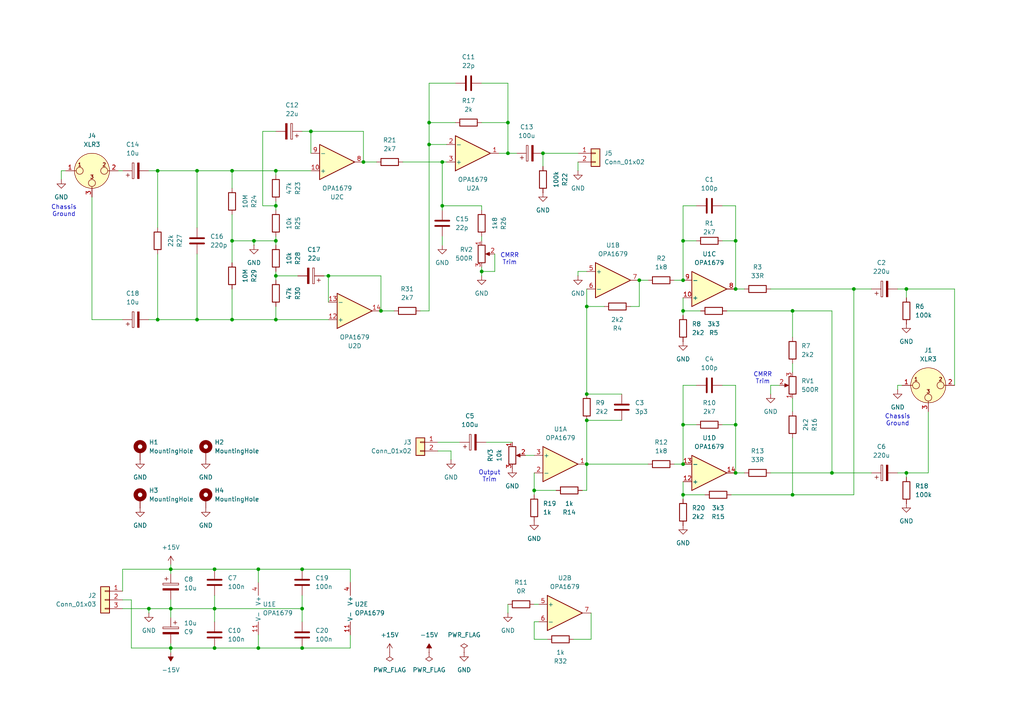
<source format=kicad_sch>
(kicad_sch (version 20231120) (generator "eeschema") (generator_version "8.0")
  (paper "A4")
  (title_block (title "Purrtico TLA Input & Output") (date "2024-05-30") (rev "01") (company "Greybox Audio"))
  (lib_symbols
    (symbol "+15V_1" (power) (pin_numbers hide) (pin_names (offset 0) hide)
      (property "Value" "+15V" (at 0 3.556 0))
      (symbol "+15V_1_0_1"
        (polyline (pts (xy -0.762 1.27) (xy 0 2.54)))
        (polyline (pts (xy 0 0) (xy 0 2.54)))
        (polyline (pts (xy 0 2.54) (xy 0.762 1.27)))
      )
      (symbol "+15V_1_1_1"
        (pin power_in line (at 0 0 90) (length 0) (name "~") (number "1"))
      )
    )
    (symbol "Amplifier_Operational:OPA1679" (pin_names (offset 0.127))
      (property "Reference" "U" (at 0 5.08 0))
      (property "Value" "OPA1679" (at 0 -5.08 0))
      (symbol "OPA1679_1_1"
        (polyline (pts (xy -5.08 5.08) (xy 5.08 0) (xy -5.08 -5.08) (xy -5.08 5.08)) (stroke (width 0.254)) (fill (type background)))
        (pin output line (at 7.62 0 180) (length 2.54) (name "~") (number "1"))
        (pin input line (at -7.62 -2.54 0) (length 2.54) (name "-") (number "2"))
        (pin input line (at -7.62 2.54 0) (length 2.54) (name "+") (number "3"))
      )
      (symbol "OPA1679_2_1"
        (polyline (pts (xy -5.08 5.08) (xy 5.08 0) (xy -5.08 -5.08) (xy -5.08 5.08)) (stroke (width 0.254)) (fill (type background)))
        (pin input line (at -7.62 2.54 0) (length 2.54) (name "+") (number "5"))
        (pin input line (at -7.62 -2.54 0) (length 2.54) (name "-") (number "6"))
        (pin output line (at 7.62 0 180) (length 2.54) (name "~") (number "7"))
      )
      (symbol "OPA1679_3_1"
        (polyline (pts (xy -5.08 5.08) (xy 5.08 0) (xy -5.08 -5.08) (xy -5.08 5.08)) (stroke (width 0.254)) (fill (type background)))
        (pin input line (at -7.62 2.54 0) (length 2.54) (name "+") (number "10"))
        (pin output line (at 7.62 0 180) (length 2.54) (name "~") (number "8"))
        (pin input line (at -7.62 -2.54 0) (length 2.54) (name "-") (number "9"))
      )
      (symbol "OPA1679_4_1"
        (polyline (pts (xy -5.08 5.08) (xy 5.08 0) (xy -5.08 -5.08) (xy -5.08 5.08)) (stroke (width 0.254)) (fill (type background)))
        (pin input line (at -7.62 2.54 0) (length 2.54) (name "+") (number "12"))
        (pin input line (at -7.62 -2.54 0) (length 2.54) (name "-") (number "13"))
        (pin output line (at 7.62 0 180) (length 2.54) (name "~") (number "14"))
      )
      (symbol "OPA1679_5_1"
        (pin power_in line (at -2.54 -7.62 90) (length 3.81) (name "V-") (number "11"))
        (pin power_in line (at -2.54 7.62 270) (length 3.81) (name "V+") (number "4"))
      )
    )
    (symbol "Connector_Audio:XLR3" (pin_names hide)
      (property "Reference" "J" (at 0 8.89 0))
      (property "Value" "XLR3" (at 0 6.35 0))
      (symbol "XLR3_0_1"
        (circle (center -3.556 0) (radius 1.016))
        (circle (center 0 -3.556) (radius 1.016))
        (polyline (pts (xy -5.08 0) (xy -4.572 0)))
        (polyline (pts (xy 0 -5.08) (xy 0 -4.572)))
        (polyline (pts (xy 5.08 0) (xy 4.572 0)))
        (circle (center 0 0) (radius 5.08) (fill (type background)))
        (circle (center 3.556 0) (radius 1.016))
        (text "1" (at -3.556 1.778 0) (effects (font (size 1.016 1.016) (bold yes))))
        (text "2" (at 3.556 1.778 0) (effects (font (size 1.016 1.016) (bold yes))))
        (text "3" (at 0 -1.778 0) (effects (font (size 1.016 1.016) (bold yes))))
        (pin passive line (at -7.62 0 0) (length 2.54) (name "~") (number "1"))
        (pin passive line (at 7.62 0 180) (length 2.54) (name "~") (number "2"))
        (pin passive line (at 0 -7.62 90) (length 2.54) (name "~") (number "3"))
      )
    )
    (symbol "Connector_Generic:Conn_01x02" (pin_names (offset 1.016) hide)
      (property "Reference" "J" (at 0 2.54 0))
      (property "Value" "Conn_01x02" (at 0 -5.08 0))
      (symbol "Conn_01x02_1_1"
        (rectangle (start -1.27 -2.413) (end 0 -2.667) (stroke (width 0.1524)))
        (rectangle (start -1.27 0.127) (end 0 -0.127) (stroke (width 0.1524)))
        (rectangle (start -1.27 1.27) (end 1.27 -3.81) (stroke (width 0.254)) (fill (type background)))
        (pin passive line (at -5.08 0 0) (length 3.81) (name "Pin_1") (number "1"))
        (pin passive line (at -5.08 -2.54 0) (length 3.81) (name "Pin_2") (number "2"))
      )
    )
    (symbol "Connector_Generic:Conn_01x03" (pin_names (offset 1.016) hide)
      (property "Reference" "J" (at 0 5.08 0))
      (property "Value" "Conn_01x03" (at 0 -5.08 0))
      (symbol "Conn_01x03_1_1"
        (rectangle (start -1.27 -2.413) (end 0 -2.667) (stroke (width 0.1524)))
        (rectangle (start -1.27 0.127) (end 0 -0.127) (stroke (width 0.1524)))
        (rectangle (start -1.27 2.667) (end 0 2.413) (stroke (width 0.1524)))
        (rectangle (start -1.27 3.81) (end 1.27 -3.81) (stroke (width 0.254)) (fill (type background)))
        (pin passive line (at -5.08 2.54 0) (length 3.81) (name "Pin_1") (number "1"))
        (pin passive line (at -5.08 0 0) (length 3.81) (name "Pin_2") (number "2"))
        (pin passive line (at -5.08 -2.54 0) (length 3.81) (name "Pin_3") (number "3"))
      )
    )
    (symbol "Device:C" (pin_numbers hide) (pin_names (offset 0.254))
      (property "Reference" "C" (at 0.635 2.54 0))
      (property "Value" "C" (at 0.635 -2.54 0))
      (symbol "C_0_1"
        (polyline (pts (xy -2.032 -0.762) (xy 2.032 -0.762)) (stroke (width 0.508)))
        (polyline (pts (xy -2.032 0.762) (xy 2.032 0.762)) (stroke (width 0.508)))
      )
      (symbol "C_1_1"
        (pin passive line (at 0 3.81 270) (length 2.794) (name "~") (number "1"))
        (pin passive line (at 0 -3.81 90) (length 2.794) (name "~") (number "2"))
      )
    )
    (symbol "Device:C_Polarized" (pin_numbers hide) (pin_names (offset 0.254))
      (property "Reference" "C" (at 0.635 2.54 0))
      (property "Value" "C_Polarized" (at 0.635 -2.54 0))
      (symbol "C_Polarized_0_1"
        (rectangle (start -2.286 0.508) (end 2.286 1.016))
        (polyline (pts (xy -1.778 2.286) (xy -0.762 2.286)))
        (polyline (pts (xy -1.27 2.794) (xy -1.27 1.778)))
        (rectangle (start 2.286 -0.508) (end -2.286 -1.016) (fill (type outline)))
      )
      (symbol "C_Polarized_1_1"
        (pin passive line (at 0 3.81 270) (length 2.794) (name "~") (number "1"))
        (pin passive line (at 0 -3.81 90) (length 2.794) (name "~") (number "2"))
      )
    )
    (symbol "Device:R" (pin_numbers hide) (pin_names (offset 0))
      (property "Reference" "R" (at 2.032 0 90))
      (property "Value" "R" (at 0 0 90))
      (symbol "R_0_1"
        (rectangle (start -1.016 -2.54) (end 1.016 2.54) (stroke (width 0.254)))
      )
      (symbol "R_1_1"
        (pin passive line (at 0 3.81 270) (length 1.27) (name "~") (number "1"))
        (pin passive line (at 0 -3.81 90) (length 1.27) (name "~") (number "2"))
      )
    )
    (symbol "Device:R_Potentiometer" (pin_names (offset 1.016) hide)
      (property "Reference" "RV" (at -4.445 0 90))
      (property "Value" "R_Potentiometer" (at -2.54 0 90))
      (symbol "R_Potentiometer_0_1"
        (polyline (pts (xy 2.54 0) (xy 1.524 0)))
        (polyline (pts (xy 1.143 0) (xy 2.286 0.508) (xy 2.286 -0.508) (xy 1.143 0)) (fill (type outline)))
        (rectangle (start 1.016 2.54) (end -1.016 -2.54) (stroke (width 0.254)))
      )
      (symbol "R_Potentiometer_1_1"
        (pin passive line (at 0 3.81 270) (length 1.27) (name "1") (number "1"))
        (pin passive line (at 3.81 0 180) (length 1.27) (name "2") (number "2"))
        (pin passive line (at 0 -3.81 90) (length 1.27) (name "3") (number "3"))
      )
    )
    (symbol "GND_1" (power) (pin_numbers hide) (pin_names (offset 0) hide)
      (property "Value" "GND" (at 0 -3.81 0))
      (symbol "GND_1_0_1"
        (polyline (pts (xy 0 0) (xy 0 -1.27) (xy 1.27 -1.27) (xy 0 -2.54) (xy -1.27 -1.27) (xy 0 -1.27)))
      )
      (symbol "GND_1_1_1"
        (pin power_in line (at 0 0 270) (length 0) (name "~") (number "1"))
      )
    )
    (symbol "Mechanical:MountingHole_Pad" (pin_numbers hide) (pin_names (offset 1.016) hide) (exclude_from_sim yes) (in_bom no)
      (property "Reference" "H" (at 0 6.35 0))
      (property "Value" "MountingHole_Pad" (at 0 4.445 0))
      (symbol "MountingHole_Pad_0_1"
        (circle (center 0 1.27) (radius 1.27) (stroke (width 1.27)))
      )
      (symbol "MountingHole_Pad_1_1"
        (pin input line (at 0 -2.54 90) (length 2.54) (name "1") (number "1"))
      )
    )
    (symbol "power:-15V" (power) (pin_numbers hide) (pin_names (offset 0) hide)
      (property "Value" "-15V" (at 0 3.556 0))
      (symbol "-15V_0_0"
        (pin power_in line (at 0 0 90) (length 0) (name "~") (number "1"))
      )
      (symbol "-15V_0_1"
        (polyline (pts (xy 0 0) (xy 0 1.27) (xy 0.762 1.27) (xy 0 2.54) (xy -0.762 1.27) (xy 0 1.27)) (fill (type outline)))
      )
    )
    (symbol "power:PWR_FLAG" (power) (pin_numbers hide) (pin_names (offset 0) hide)
      (property "Value" "PWR_FLAG" (at 0 3.81 0))
      (symbol "PWR_FLAG_0_0"
        (pin power_out line (at 0 0 90) (length 0) (name "~") (number "1"))
      )
      (symbol "PWR_FLAG_0_1"
        (polyline (pts (xy 0 0) (xy 0 1.27) (xy -1.016 1.905) (xy 0 2.54) (xy 1.016 1.905) (xy 0 1.27)))
      )
    )
  )
  (junction (at 87.63 165.1))
  (junction (at 87.63 176.53))
  (junction (at 43.18 176.53))
  (junction (at 67.31 49.53))
  (junction (at 73.66 69.85))
  (junction (at 157.48 44.45))
  (junction (at 74.93 165.1))
  (junction (at 62.23 176.53))
  (junction (at 198.12 143.51))
  (junction (at 170.18 121.92))
  (junction (at 62.23 165.1))
  (junction (at 185.42 81.28))
  (junction (at 229.87 143.51))
  (junction (at 80.01 69.85))
  (junction (at 80.01 80.01))
  (junction (at 128.27 46.99))
  (junction (at 241.3 137.16))
  (junction (at 198.12 69.85))
  (junction (at 128.27 59.69))
  (junction (at 213.36 83.82))
  (junction (at 198.12 134.62))
  (junction (at 80.01 49.53))
  (junction (at 147.32 35.56))
  (junction (at 45.72 49.53))
  (junction (at 95.25 80.01))
  (junction (at 247.65 83.82))
  (junction (at 262.89 137.16))
  (junction (at 57.15 49.53))
  (junction (at 213.36 137.16))
  (junction (at 170.18 114.3))
  (junction (at 154.94 142.24))
  (junction (at 49.53 187.96))
  (junction (at 124.46 41.91))
  (junction (at 57.15 92.71))
  (junction (at 147.32 44.45))
  (junction (at 229.87 90.17))
  (junction (at 124.46 35.56))
  (junction (at 170.18 134.62))
  (junction (at 49.53 176.53))
  (junction (at 90.17 38.1))
  (junction (at 198.12 90.17))
  (junction (at 105.41 46.99))
  (junction (at 49.53 165.1))
  (junction (at 80.01 92.71))
  (junction (at 213.36 69.85))
  (junction (at 170.18 88.9))
  (junction (at 110.49 90.17))
  (junction (at 198.12 81.28))
  (junction (at 87.63 187.96))
  (junction (at 213.36 123.19))
  (junction (at 62.23 187.96))
  (junction (at 262.89 83.82))
  (junction (at 80.01 59.69))
  (junction (at 45.72 92.71))
  (junction (at 67.31 69.85))
  (junction (at 198.12 123.19))
  (junction (at 139.7 78.74))
  (junction (at 67.31 92.71))
  (junction (at 74.93 187.96))
  (wire (pts (xy 213.36 111.76) (xy 213.36 123.19)))
  (wire (pts (xy 57.15 49.53) (xy 57.15 66.04)))
  (wire (pts (xy 198.12 143.51) (xy 198.12 144.78)))
  (wire (pts (xy 105.41 46.99) (xy 109.22 46.99)))
  (wire (pts (xy 38.1 173.99) (xy 38.1 187.96)))
  (wire (pts (xy 80.01 58.42) (xy 80.01 59.69)))
  (wire (pts (xy 87.63 176.53) (xy 87.63 180.34)))
  (wire (pts (xy 49.53 176.53) (xy 49.53 179.07)))
  (wire (pts (xy 170.18 83.82) (xy 170.18 88.9)))
  (wire (pts (xy 269.24 119.38) (xy 269.24 137.16)))
  (wire (pts (xy 241.3 137.16) (xy 252.73 137.16)))
  (wire (pts (xy 139.7 24.13) (xy 147.32 24.13)))
  (wire (pts (xy 124.46 41.91) (xy 129.54 41.91)))
  (wire (pts (xy 195.58 134.62) (xy 198.12 134.62)))
  (wire (pts (xy 35.56 171.45) (xy 35.56 165.1)))
  (wire (pts (xy 67.31 92.71) (xy 80.01 92.71)))
  (wire (pts (xy 90.17 44.45) (xy 90.17 38.1)))
  (wire (pts (xy 229.87 105.41) (xy 229.87 107.95)))
  (wire (pts (xy 139.7 68.58) (xy 139.7 69.85)))
  (wire (pts (xy 74.93 184.15) (xy 74.93 187.96)))
  (wire (pts (xy 213.36 123.19) (xy 213.36 137.16)))
  (wire (pts (xy 139.7 59.69) (xy 139.7 60.96)))
  (wire (pts (xy 147.32 44.45) (xy 147.32 35.56)))
  (wire (pts (xy 198.12 139.7) (xy 198.12 143.51)))
  (wire (pts (xy 198.12 111.76) (xy 198.12 123.19)))
  (wire (pts (xy 57.15 49.53) (xy 67.31 49.53)))
  (wire (pts (xy 128.27 68.58) (xy 128.27 71.12)))
  (wire (pts (xy 80.01 69.85) (xy 80.01 71.12)))
  (wire (pts (xy 167.64 78.74) (xy 167.64 80.01)))
  (wire (pts (xy 62.23 176.53) (xy 87.63 176.53)))
  (wire (pts (xy 154.94 180.34) (xy 154.94 185.42)))
  (wire (pts (xy 156.21 180.34) (xy 154.94 180.34)))
  (wire (pts (xy 209.55 59.69) (xy 213.36 59.69)))
  (wire (pts (xy 49.53 176.53) (xy 62.23 176.53)))
  (wire (pts (xy 74.93 187.96) (xy 62.23 187.96)))
  (wire (pts (xy 276.86 83.82) (xy 276.86 111.76)))
  (wire (pts (xy 74.93 165.1) (xy 87.63 165.1)))
  (wire (pts (xy 154.94 175.26) (xy 156.21 175.26)))
  (wire (pts (xy 74.93 168.91) (xy 74.93 165.1)))
  (wire (pts (xy 195.58 81.28) (xy 198.12 81.28)))
  (wire (pts (xy 223.52 111.76) (xy 226.06 111.76)))
  (wire (pts (xy 262.89 137.16) (xy 269.24 137.16)))
  (wire (pts (xy 43.18 92.71) (xy 45.72 92.71)))
  (wire (pts (xy 213.36 59.69) (xy 213.36 69.85)))
  (wire (pts (xy 223.52 83.82) (xy 247.65 83.82)))
  (wire (pts (xy 49.53 187.96) (xy 62.23 187.96)))
  (wire (pts (xy 198.12 69.85) (xy 198.12 81.28)))
  (wire (pts (xy 49.53 163.83) (xy 49.53 165.1)))
  (wire (pts (xy 67.31 92.71) (xy 67.31 83.82)))
  (wire (pts (xy 49.53 187.96) (xy 49.53 189.23)))
  (wire (pts (xy 260.35 111.76) (xy 260.35 113.03)))
  (wire (pts (xy 170.18 88.9) (xy 175.26 88.9)))
  (wire (pts (xy 35.56 173.99) (xy 38.1 173.99)))
  (wire (pts (xy 35.56 165.1) (xy 49.53 165.1)))
  (wire (pts (xy 80.01 50.8) (xy 80.01 49.53)))
  (wire (pts (xy 260.35 137.16) (xy 262.89 137.16)))
  (wire (pts (xy 49.53 165.1) (xy 62.23 165.1)))
  (wire (pts (xy 76.2 38.1) (xy 76.2 59.69)))
  (wire (pts (xy 101.6 187.96) (xy 87.63 187.96)))
  (wire (pts (xy 101.6 165.1) (xy 87.63 165.1)))
  (wire (pts (xy 262.89 138.43) (xy 262.89 137.16)))
  (wire (pts (xy 67.31 54.61) (xy 67.31 49.53)))
  (wire (pts (xy 198.12 123.19) (xy 198.12 134.62)))
  (wire (pts (xy 241.3 90.17) (xy 241.3 137.16)))
  (wire (pts (xy 67.31 69.85) (xy 67.31 76.2)))
  (wire (pts (xy 43.18 176.53) (xy 43.18 177.8)))
  (wire (pts (xy 80.01 59.69) (xy 80.01 60.96)))
  (wire (pts (xy 80.01 38.1) (xy 76.2 38.1)))
  (wire (pts (xy 209.55 111.76) (xy 213.36 111.76)))
  (wire (pts (xy 260.35 111.76) (xy 261.62 111.76)))
  (wire (pts (xy 49.53 186.69) (xy 49.53 187.96)))
  (wire (pts (xy 127 130.81) (xy 130.81 130.81)))
  (wire (pts (xy 80.01 80.01) (xy 86.36 80.01)))
  (wire (pts (xy 80.01 80.01) (xy 80.01 81.28)))
  (wire (pts (xy 154.94 185.42) (xy 158.75 185.42)))
  (wire (pts (xy 95.25 80.01) (xy 93.98 80.01)))
  (wire (pts (xy 139.7 78.74) (xy 139.7 77.47)))
  (wire (pts (xy 124.46 35.56) (xy 124.46 41.91)))
  (wire (pts (xy 26.67 92.71) (xy 35.56 92.71)))
  (wire (pts (xy 143.51 78.74) (xy 143.51 73.66)))
  (wire (pts (xy 43.18 49.53) (xy 45.72 49.53)))
  (wire (pts (xy 154.94 137.16) (xy 154.94 142.24)))
  (wire (pts (xy 67.31 69.85) (xy 73.66 69.85)))
  (wire (pts (xy 80.01 92.71) (xy 95.25 92.71)))
  (wire (pts (xy 95.25 80.01) (xy 95.25 87.63)))
  (wire (pts (xy 128.27 59.69) (xy 139.7 59.69)))
  (wire (pts (xy 17.78 49.53) (xy 17.78 52.07)))
  (wire (pts (xy 223.52 137.16) (xy 241.3 137.16)))
  (wire (pts (xy 26.67 57.15) (xy 26.67 92.71)))
  (wire (pts (xy 147.32 24.13) (xy 147.32 35.56)))
  (wire (pts (xy 210.82 90.17) (xy 229.87 90.17)))
  (wire (pts (xy 209.55 69.85) (xy 213.36 69.85)))
  (wire (pts (xy 45.72 49.53) (xy 45.72 66.04)))
  (wire (pts (xy 170.18 121.92) (xy 180.34 121.92)))
  (wire (pts (xy 62.23 176.53) (xy 62.23 180.34)))
  (wire (pts (xy 90.17 38.1) (xy 105.41 38.1)))
  (wire (pts (xy 213.36 123.19) (xy 209.55 123.19)))
  (wire (pts (xy 198.12 59.69) (xy 201.93 59.69)))
  (wire (pts (xy 101.6 168.91) (xy 101.6 165.1)))
  (wire (pts (xy 87.63 38.1) (xy 90.17 38.1)))
  (wire (pts (xy 229.87 127) (xy 229.87 143.51)))
  (wire (pts (xy 128.27 46.99) (xy 128.27 59.69)))
  (wire (pts (xy 166.37 185.42) (xy 171.45 185.42)))
  (wire (pts (xy 45.72 92.71) (xy 45.72 73.66)))
  (wire (pts (xy 185.42 88.9) (xy 182.88 88.9)))
  (wire (pts (xy 57.15 92.71) (xy 67.31 92.71)))
  (wire (pts (xy 170.18 142.24) (xy 170.18 134.62)))
  (wire (pts (xy 49.53 176.53) (xy 49.53 173.99)))
  (wire (pts (xy 262.89 83.82) (xy 276.86 83.82)))
  (wire (pts (xy 262.89 83.82) (xy 262.89 86.36)))
  (wire (pts (xy 185.42 88.9) (xy 185.42 81.28)))
  (wire (pts (xy 223.52 111.76) (xy 223.52 114.3)))
  (wire (pts (xy 213.36 137.16) (xy 215.9 137.16)))
  (wire (pts (xy 139.7 78.74) (xy 139.7 80.01)))
  (wire (pts (xy 198.12 143.51) (xy 204.47 143.51)))
  (wire (pts (xy 229.87 143.51) (xy 247.65 143.51)))
  (wire (pts (xy 198.12 86.36) (xy 198.12 90.17)))
  (wire (pts (xy 35.56 176.53) (xy 43.18 176.53)))
  (wire (pts (xy 45.72 92.71) (xy 57.15 92.71)))
  (wire (pts (xy 132.08 35.56) (xy 124.46 35.56)))
  (wire (pts (xy 157.48 44.45) (xy 157.48 48.26)))
  (wire (pts (xy 62.23 172.72) (xy 62.23 176.53)))
  (wire (pts (xy 154.94 142.24) (xy 161.29 142.24)))
  (wire (pts (xy 110.49 90.17) (xy 114.3 90.17)))
  (wire (pts (xy 67.31 62.23) (xy 67.31 69.85)))
  (wire (pts (xy 170.18 142.24) (xy 168.91 142.24)))
  (wire (pts (xy 127 128.27) (xy 133.35 128.27)))
  (wire (pts (xy 144.78 44.45) (xy 147.32 44.45)))
  (wire (pts (xy 110.49 80.01) (xy 110.49 90.17)))
  (wire (pts (xy 212.09 143.51) (xy 229.87 143.51)))
  (wire (pts (xy 198.12 69.85) (xy 201.93 69.85)))
  (wire (pts (xy 198.12 111.76) (xy 201.93 111.76)))
  (wire (pts (xy 49.53 187.96) (xy 38.1 187.96)))
  (wire (pts (xy 185.42 81.28) (xy 187.96 81.28)))
  (wire (pts (xy 170.18 121.92) (xy 170.18 134.62)))
  (wire (pts (xy 124.46 90.17) (xy 124.46 41.91)))
  (wire (pts (xy 170.18 88.9) (xy 170.18 114.3)))
  (wire (pts (xy 49.53 165.1) (xy 49.53 166.37)))
  (wire (pts (xy 45.72 49.53) (xy 57.15 49.53)))
  (wire (pts (xy 213.36 69.85) (xy 213.36 83.82)))
  (wire (pts (xy 121.92 90.17) (xy 124.46 90.17)))
  (wire (pts (xy 167.64 78.74) (xy 170.18 78.74)))
  (wire (pts (xy 152.4 132.08) (xy 154.94 132.08)))
  (wire (pts (xy 229.87 97.79) (xy 229.87 90.17)))
  (wire (pts (xy 170.18 114.3) (xy 180.34 114.3)))
  (wire (pts (xy 116.84 46.99) (xy 128.27 46.99)))
  (wire (pts (xy 57.15 73.66) (xy 57.15 92.71)))
  (wire (pts (xy 229.87 90.17) (xy 241.3 90.17)))
  (wire (pts (xy 74.93 165.1) (xy 62.23 165.1)))
  (wire (pts (xy 128.27 60.96) (xy 128.27 59.69)))
  (wire (pts (xy 198.12 123.19) (xy 201.93 123.19)))
  (wire (pts (xy 87.63 172.72) (xy 87.63 176.53)))
  (wire (pts (xy 247.65 83.82) (xy 247.65 143.51)))
  (wire (pts (xy 95.25 80.01) (xy 110.49 80.01)))
  (wire (pts (xy 213.36 83.82) (xy 215.9 83.82)))
  (wire (pts (xy 34.29 49.53) (xy 35.56 49.53)))
  (wire (pts (xy 139.7 78.74) (xy 143.51 78.74)))
  (wire (pts (xy 198.12 59.69) (xy 198.12 69.85)))
  (wire (pts (xy 73.66 69.85) (xy 80.01 69.85)))
  (wire (pts (xy 73.66 69.85) (xy 73.66 71.12)))
  (wire (pts (xy 105.41 38.1) (xy 105.41 46.99)))
  (wire (pts (xy 198.12 90.17) (xy 203.2 90.17)))
  (wire (pts (xy 80.01 88.9) (xy 80.01 92.71)))
  (wire (pts (xy 260.35 83.82) (xy 262.89 83.82)))
  (wire (pts (xy 124.46 24.13) (xy 124.46 35.56)))
  (wire (pts (xy 140.97 128.27) (xy 148.59 128.27)))
  (wire (pts (xy 80.01 49.53) (xy 67.31 49.53)))
  (wire (pts (xy 198.12 90.17) (xy 198.12 91.44)))
  (wire (pts (xy 147.32 175.26) (xy 147.32 177.8)))
  (wire (pts (xy 229.87 115.57) (xy 229.87 119.38)))
  (wire (pts (xy 128.27 46.99) (xy 129.54 46.99)))
  (wire (pts (xy 132.08 24.13) (xy 124.46 24.13)))
  (wire (pts (xy 130.81 130.81) (xy 130.81 133.35)))
  (wire (pts (xy 43.18 176.53) (xy 49.53 176.53)))
  (wire (pts (xy 101.6 184.15) (xy 101.6 187.96)))
  (wire (pts (xy 74.93 187.96) (xy 87.63 187.96)))
  (wire (pts (xy 19.05 49.53) (xy 17.78 49.53)))
  (wire (pts (xy 80.01 78.74) (xy 80.01 80.01)))
  (wire (pts (xy 80.01 49.53) (xy 90.17 49.53)))
  (wire (pts (xy 80.01 68.58) (xy 80.01 69.85)))
  (wire (pts (xy 76.2 59.69) (xy 80.01 59.69)))
  (wire (pts (xy 147.32 44.45) (xy 149.86 44.45)))
  (wire (pts (xy 147.32 35.56) (xy 139.7 35.56)))
  (wire (pts (xy 154.94 142.24) (xy 154.94 143.51)))
  (wire (pts (xy 167.64 46.99) (xy 167.64 49.53)))
  (wire (pts (xy 157.48 44.45) (xy 167.64 44.45)))
  (wire (pts (xy 170.18 134.62) (xy 187.96 134.62)))
  (wire (pts (xy 247.65 83.82) (xy 252.73 83.82)))
  (wire (pts (xy 171.45 185.42) (xy 171.45 177.8)))
  (text "CMRR\nTrim" (at 147.828 76.962 0) (effects (font (size 1.27 1.27)) (justify bottom)))
  (text "CMRR\nTrim" (at 221.234 111.506 0) (effects (font (size 1.27 1.27)) (justify bottom)))
  (text "Chassis\nGround" (at 260.35 121.92 0) (effects (font (size 1.27 1.27))))
  (text "Chassis\nGround" (at 18.542 61.214 0) (effects (font (size 1.27 1.27))))
  (text "Output\nTrim" (at 141.986 139.954 0) (effects (font (size 1.27 1.27)) (justify bottom)))
  (symbol (lib_id "Device:R") (at 80.01 74.93 0) (mirror x) (unit 1)
    (property "Reference" "R28" (at 86.36 74.93 90))
    (property "Value" "10k" (at 83.82 74.93 90))
    (property "Footprint" "Resistor_SMD:R_1206_3216Metric" (effects (hide yes)))
  )
  (symbol (lib_id "Device:C_Polarized") (at 153.67 44.45 90) (unit 1)
    (property "Reference" "C13" (at 152.781 36.83 90))
    (property "Value" "100u" (at 152.781 39.37 90))
    (property "Footprint" "Capacitor_THT:CP_Radial_D6.3mm_P2.50mm" (effects (hide yes)))
  )
  (symbol (lib_name "GND_1") (lib_id "power:GND") (at 262.89 93.98 0) (unit 1)
    (property "Reference" "#PWR02" (effects (hide yes)))
    (property "Value" "GND" (at 262.89 99.06 0))
    (property "Description" "Power symbol creates a global label with name \"GND\" , ground" (effects (hide yes)))
  )
  (symbol (lib_id "Device:R_Potentiometer") (at 139.7 73.66 0) (unit 1)
    (property "Reference" "RV2" (at 137.16 72.3899 0) (effects (justify right)))
    (property "Value" "500R" (at 137.16 74.9299 0) (effects (justify right)))
    (property "Footprint" "Connector_PinHeader_2.54mm:PinHeader_1x03_P2.54mm_Vertical" (effects (hide yes)))
  )
  (symbol (lib_name "GND_1") (lib_id "power:GND") (at 40.64 133.35 0) (unit 1)
    (property "Reference" "#PWR026" (effects (hide yes)))
    (property "Value" "GND" (at 40.64 138.43 0))
    (property "Description" "Power symbol creates a global label with name \"GND\" , ground" (effects (hide yes)))
  )
  (symbol (lib_name "GND_1") (lib_id "power:GND") (at 139.7 80.01 0) (unit 1)
    (property "Reference" "#PWR020" (effects (hide yes)))
    (property "Value" "GND" (at 139.7 85.09 0))
    (property "Description" "Power symbol creates a global label with name \"GND\" , ground" (effects (hide yes)))
  )
  (symbol (lib_id "Amplifier_Operational:OPA1679") (at 205.74 83.82 0) (mirror x) (unit 3)
    (property "Reference" "U1" (at 205.74 73.66 0))
    (property "Value" "OPA1679" (at 205.74 76.2 0))
    (property "Footprint" "Package_SO:SOIC-14_3.9x8.7mm_P1.27mm" (effects (hide yes)))
    (property "Datasheet" "http://www.ti.com/lit/ds/symlink/opa1678.pdf" (effects (hide yes)))
    (property "Description" "Low-Distortion Audio Operational Amplifiers, SOIC-14/TSSOP-14" (effects (hide yes)))
  )
  (symbol (lib_id "Device:C") (at 62.23 168.91 0) (unit 1)
    (property "Reference" "C7" (at 66.04 167.64 0) (effects (justify left)))
    (property "Value" "100n" (at 66.04 170.18 0) (effects (justify left)))
    (property "Footprint" "Capacitor_SMD:C_1206_3216Metric" (effects (hide yes)))
  )
  (symbol (lib_id "Device:C") (at 205.74 111.76 90) (unit 1)
    (property "Reference" "C4" (at 205.74 104.14 90))
    (property "Value" "100p" (at 205.74 106.68 90))
    (property "Footprint" "Capacitor_SMD:C_1206_3216Metric" (effects (hide yes)))
  )
  (symbol (lib_id "Device:R") (at 198.12 95.25 180) (unit 1)
    (property "Reference" "R8" (at 200.66 93.98 0) (effects (justify right)))
    (property "Value" "2k2" (at 200.66 96.52 0) (effects (justify right)))
    (property "Footprint" "Resistor_SMD:R_1206_3216Metric" (effects (hide yes)))
  )
  (symbol (lib_name "GND_1") (lib_id "power:GND") (at 17.78 52.07 0) (unit 1)
    (property "Reference" "#PWR022" (effects (hide yes)))
    (property "Value" "GND" (at 17.78 57.15 0))
    (property "Description" "Power symbol creates a global label with name \"GND\" , ground" (effects (hide yes)))
  )
  (symbol (lib_id "Device:R") (at 67.31 58.42 0) (mirror x) (unit 1)
    (property "Reference" "R24" (at 73.66 58.42 90))
    (property "Value" "10M" (at 71.12 58.42 90))
    (property "Footprint" "Resistor_SMD:R_1206_3216Metric" (effects (hide yes)))
  )
  (symbol (lib_id "Device:R") (at 80.01 85.09 0) (mirror x) (unit 1)
    (property "Reference" "R30" (at 86.36 85.09 90))
    (property "Value" "47k" (at 83.82 85.09 90))
    (property "Footprint" "Resistor_SMD:R_1206_3216Metric" (effects (hide yes)))
  )
  (symbol (lib_id "Amplifier_Operational:OPA1679") (at 162.56 134.62 0) (unit 1)
    (property "Reference" "U1" (at 162.56 124.46 0))
    (property "Value" "OPA1679" (at 162.56 127 0))
    (property "Footprint" "Package_SO:SOIC-14_3.9x8.7mm_P1.27mm" (effects (hide yes)))
    (property "Datasheet" "http://www.ti.com/lit/ds/symlink/opa1678.pdf" (effects (hide yes)))
    (property "Description" "Low-Distortion Audio Operational Amplifiers, SOIC-14/TSSOP-14" (effects (hide yes)))
  )
  (symbol (lib_id "Device:R") (at 45.72 69.85 0) (mirror x) (unit 1)
    (property "Reference" "R27" (at 52.07 69.85 90))
    (property "Value" "22k" (at 49.53 69.85 90))
    (property "Footprint" "Resistor_SMD:R_1206_3216Metric" (effects (hide yes)))
  )
  (symbol (lib_id "Amplifier_Operational:OPA1679") (at 97.79 46.99 0) (mirror x) (unit 3)
    (property "Reference" "U2" (at 97.79 57.15 0))
    (property "Value" "OPA1679" (at 97.79 54.61 0))
    (property "Footprint" "Package_SO:SOIC-14_3.9x8.7mm_P1.27mm" (effects (hide yes)))
    (property "Datasheet" "http://www.ti.com/lit/ds/symlink/opa1678.pdf" (effects (hide yes)))
    (property "Description" "Low-Distortion Audio Operational Amplifiers, SOIC-14/TSSOP-14" (effects (hide yes)))
  )
  (symbol (lib_name "GND_1") (lib_id "power:GND") (at 148.59 135.89 0) (unit 1)
    (property "Reference" "#PWR027" (effects (hide yes)))
    (property "Value" "GND" (at 148.59 140.97 0))
    (property "Description" "Power symbol creates a global label with name \"GND\" , ground" (effects (hide yes)))
  )
  (symbol (lib_id "Device:R") (at 80.01 54.61 0) (mirror x) (unit 1)
    (property "Reference" "R23" (at 86.36 54.61 90))
    (property "Value" "47k" (at 83.82 54.61 90))
    (property "Footprint" "Resistor_SMD:R_1206_3216Metric" (effects (hide yes)))
  )
  (symbol (lib_id "Device:R") (at 151.13 175.26 270) (unit 1)
    (property "Reference" "R11" (at 151.13 168.91 90))
    (property "Value" "0R" (at 151.13 171.45 90))
    (property "Footprint" "Resistor_SMD:R_1206_3216Metric" (effects (hide yes)))
  )
  (symbol (lib_id "Device:C") (at 135.89 24.13 270) (unit 1)
    (property "Reference" "C11" (at 135.89 16.51 90))
    (property "Value" "22p" (at 135.89 19.05 90))
    (property "Footprint" "Capacitor_SMD:C_1206_3216Metric" (effects (hide yes)))
  )
  (symbol (lib_id "Mechanical:MountingHole_Pad") (at 40.64 144.78 0) (unit 1) (exclude_from_sim yes) (in_bom no)
    (property "Reference" "H3" (at 43.18 142.2399 0) (effects (justify left)))
    (property "Value" "MountingHole" (at 43.18 144.7799 0) (effects (justify left)))
    (property "Footprint" "MountingHole:MountingHole_3.2mm_M3_DIN965_Pad" (effects (hide yes)))
    (property "Description" "Mounting Hole with connection" (effects (hide yes)))
  )
  (symbol (lib_id "Device:C_Polarized") (at 256.54 137.16 90) (unit 1)
    (property "Reference" "C6" (at 255.651 129.54 90))
    (property "Value" "220u" (at 255.651 132.08 90))
    (property "Footprint" "Capacitor_THT:CP_Radial_D8.0mm_P3.50mm" (effects (hide yes)))
  )
  (symbol (lib_id "Device:R") (at 208.28 143.51 90) (mirror x) (unit 1)
    (property "Reference" "R15" (at 208.28 149.86 90))
    (property "Value" "3k3" (at 208.28 147.32 90))
    (property "Footprint" "Resistor_SMD:R_1206_3216Metric" (effects (hide yes)))
  )
  (symbol (lib_id "Mechanical:MountingHole_Pad") (at 59.69 144.78 0) (unit 1) (exclude_from_sim yes) (in_bom no)
    (property "Reference" "H4" (at 62.23 142.2399 0) (effects (justify left)))
    (property "Value" "MountingHole" (at 62.23 144.7799 0) (effects (justify left)))
    (property "Footprint" "MountingHole:MountingHole_3.2mm_M3_DIN965_Pad" (effects (hide yes)))
    (property "Description" "Mounting Hole with connection" (effects (hide yes)))
  )
  (symbol (lib_name "GND_1") (lib_id "power:GND") (at 40.64 147.32 0) (unit 1)
    (property "Reference" "#PWR023" (effects (hide yes)))
    (property "Value" "GND" (at 40.64 152.4 0))
    (property "Description" "Power symbol creates a global label with name \"GND\" , ground" (effects (hide yes)))
  )
  (symbol (lib_id "power:-15V") (at 49.53 189.23 180) (unit 1)
    (property "Reference" "#PWR013" (effects (hide yes)))
    (property "Value" "-15V" (at 49.53 194.31 0))
    (property "Description" "Power symbol creates a global label with name \"-15V\"" (effects (hide yes)))
  )
  (symbol (lib_name "GND_1") (lib_id "power:GND") (at 43.18 177.8 0) (unit 1)
    (property "Reference" "#PWR012" (effects (hide yes)))
    (property "Value" "GND" (at 43.18 182.88 0))
    (property "Description" "Power symbol creates a global label with name \"GND\" , ground" (effects (hide yes)))
  )
  (symbol (lib_id "Amplifier_Operational:OPA1679") (at 205.74 137.16 0) (mirror x) (unit 4)
    (property "Reference" "U1" (at 205.74 127 0))
    (property "Value" "OPA1679" (at 205.74 129.54 0))
    (property "Footprint" "Package_SO:SOIC-14_3.9x8.7mm_P1.27mm" (effects (hide yes)))
    (property "Datasheet" "http://www.ti.com/lit/ds/symlink/opa1678.pdf" (effects (hide yes)))
    (property "Description" "Low-Distortion Audio Operational Amplifiers, SOIC-14/TSSOP-14" (effects (hide yes)))
  )
  (symbol (lib_id "Device:R") (at 229.87 123.19 0) (mirror x) (unit 1)
    (property "Reference" "R16" (at 236.22 123.19 90))
    (property "Value" "2k2" (at 233.68 123.19 90))
    (property "Footprint" "Resistor_SMD:R_1206_3216Metric" (effects (hide yes)))
  )
  (symbol (lib_id "Device:C_Polarized") (at 90.17 80.01 270) (mirror x) (unit 1)
    (property "Reference" "C17" (at 91.059 72.39 90))
    (property "Value" "22u" (at 91.059 74.93 90))
    (property "Footprint" "Capacitor_THT:CP_Radial_D6.3mm_P2.50mm" (effects (hide yes)))
  )
  (symbol (lib_id "Device:C_Polarized") (at 39.37 49.53 90) (unit 1)
    (property "Reference" "C14" (at 38.481 41.91 90))
    (property "Value" "10u" (at 38.481 44.45 90))
    (property "Footprint" "Capacitor_THT:CP_Radial_D6.3mm_P2.50mm" (effects (hide yes)))
  )
  (symbol (lib_name "GND_1") (lib_id "power:GND") (at 154.94 151.13 0) (unit 1)
    (property "Reference" "#PWR09" (effects (hide yes)))
    (property "Value" "GND" (at 154.94 156.21 0))
    (property "Description" "Power symbol creates a global label with name \"GND\" , ground" (effects (hide yes)))
  )
  (symbol (lib_id "Device:R") (at 219.71 83.82 90) (unit 1)
    (property "Reference" "R3" (at 219.71 77.47 90))
    (property "Value" "33R" (at 219.71 80.01 90))
    (property "Footprint" "Resistor_SMD:R_1206_3216Metric" (effects (hide yes)))
  )
  (symbol (lib_id "Device:R") (at 80.01 64.77 0) (mirror x) (unit 1)
    (property "Reference" "R25" (at 86.36 64.77 90))
    (property "Value" "10k" (at 83.82 64.77 90))
    (property "Footprint" "Resistor_SMD:R_1206_3216Metric" (effects (hide yes)))
  )
  (symbol (lib_id "Connector_Generic:Conn_01x02") (at 121.92 128.27 0) (mirror y) (unit 1)
    (property "Reference" "J3" (at 119.38 128.2699 0) (effects (justify left)))
    (property "Value" "Conn_01x02" (at 119.38 130.8099 0) (effects (justify left)))
    (property "Footprint" "Connector_PinHeader_2.54mm:PinHeader_1x02_P2.54mm_Vertical" (effects (hide yes)))
    (property "Description" "Generic connector, single row, 01x02, script generated (kicad-library-utils/schlib/autogen/connector/)" (effects (hide yes)))
  )
  (symbol (lib_id "power:-15V") (at 124.46 189.23 0) (mirror y) (unit 1)
    (property "Reference" "#PWR014" (effects (hide yes)))
    (property "Value" "-15V" (at 124.46 184.15 0))
    (property "Description" "Power symbol creates a global label with name \"-15V\"" (effects (hide yes)))
  )
  (symbol (lib_id "Connector_Generic:Conn_01x03") (at 30.48 173.99 0) (mirror y) (unit 1)
    (property "Reference" "J2" (at 27.94 172.7199 0) (effects (justify left)))
    (property "Value" "Conn_01x03" (at 27.94 175.2599 0) (effects (justify left)))
    (property "Footprint" "Connector_PinHeader_2.54mm:PinHeader_1x03_P2.54mm_Vertical" (effects (hide yes)))
    (property "Description" "Generic connector, single row, 01x03, script generated (kicad-library-utils/schlib/autogen/connector/)" (effects (hide yes)))
  )
  (symbol (lib_name "GND_1") (lib_id "power:GND") (at 157.48 55.88 0) (unit 1)
    (property "Reference" "#PWR017" (effects (hide yes)))
    (property "Value" "GND" (at 157.48 60.96 0))
    (property "Description" "Power symbol creates a global label with name \"GND\" , ground" (effects (hide yes)))
  )
  (symbol (lib_id "Device:R") (at 205.74 69.85 90) (unit 1)
    (property "Reference" "R1" (at 205.74 64.77 90))
    (property "Value" "2k7" (at 205.74 67.31 90))
    (property "Footprint" "Resistor_SMD:R_1206_3216Metric" (effects (hide yes)))
  )
  (symbol (lib_name "GND_1") (lib_id "power:GND") (at 260.35 113.03 0) (unit 1)
    (property "Reference" "#PWR05" (effects (hide yes)))
    (property "Value" "GND" (at 260.35 118.11 0))
    (property "Description" "Power symbol creates a global label with name \"GND\" , ground" (effects (hide yes)))
  )
  (symbol (lib_id "Device:R_Potentiometer") (at 229.87 111.76 180) (unit 1)
    (property "Reference" "RV1" (at 232.41 110.49 0) (effects (justify right)))
    (property "Value" "500R" (at 232.41 113.03 0) (effects (justify right)))
    (property "Footprint" "Connector_PinHeader_2.54mm:PinHeader_1x03_P2.54mm_Vertical" (effects (hide yes)))
  )
  (symbol (lib_name "GND_1") (lib_id "power:GND") (at 128.27 71.12 0) (unit 1)
    (property "Reference" "#PWR019" (effects (hide yes)))
    (property "Value" "GND" (at 128.27 76.2 0))
    (property "Description" "Power symbol creates a global label with name \"GND\" , ground" (effects (hide yes)))
  )
  (symbol (lib_id "Device:R") (at 170.18 118.11 180) (unit 1)
    (property "Reference" "R9" (at 172.72 116.84 0) (effects (justify right)))
    (property "Value" "2k2" (at 172.72 119.38 0) (effects (justify right)))
    (property "Footprint" "Resistor_SMD:R_1206_3216Metric" (effects (hide yes)))
  )
  (symbol (lib_id "Device:R_Potentiometer") (at 148.59 132.08 0) (unit 1)
    (property "Reference" "RV3" (at 142.24 132.08 90))
    (property "Value" "10k" (at 144.78 132.08 90))
    (property "Footprint" "Connector_PinHeader_2.54mm:PinHeader_1x03_P2.54mm_Vertical" (effects (hide yes)))
  )
  (symbol (lib_name "GND_1") (lib_id "power:GND") (at 223.52 114.3 0) (unit 1)
    (property "Reference" "#PWR04" (effects (hide yes)))
    (property "Value" "GND" (at 223.52 119.38 0))
    (property "Description" "Power symbol creates a global label with name \"GND\" , ground" (effects (hide yes)))
  )
  (symbol (lib_id "Device:R") (at 207.01 90.17 90) (mirror x) (unit 1)
    (property "Reference" "R5" (at 207.01 96.52 90))
    (property "Value" "3k3" (at 207.01 93.98 90))
    (property "Footprint" "Resistor_SMD:R_1206_3216Metric" (effects (hide yes)))
  )
  (symbol (lib_id "Mechanical:MountingHole_Pad") (at 59.69 130.81 0) (unit 1) (exclude_from_sim yes) (in_bom no)
    (property "Reference" "H2" (at 62.23 128.2699 0) (effects (justify left)))
    (property "Value" "MountingHole" (at 62.23 130.8099 0) (effects (justify left)))
    (property "Footprint" "MountingHole:MountingHole_3.2mm_M3_DIN965_Pad" (effects (hide yes)))
    (property "Description" "Mounting Hole with connection" (effects (hide yes)))
  )
  (symbol (lib_id "Device:C") (at 180.34 118.11 180) (unit 1)
    (property "Reference" "C3" (at 184.15 116.84 0) (effects (justify right)))
    (property "Value" "3p3" (at 184.15 119.38 0) (effects (justify right)))
    (property "Footprint" "Capacitor_SMD:C_1206_3216Metric" (effects (hide yes)))
  )
  (symbol (lib_id "Amplifier_Operational:OPA1679") (at 177.8 81.28 0) (unit 2)
    (property "Reference" "U1" (at 177.8 71.12 0))
    (property "Value" "OPA1679" (at 177.8 73.66 0))
    (property "Footprint" "Package_SO:SOIC-14_3.9x8.7mm_P1.27mm" (effects (hide yes)))
    (property "Datasheet" "http://www.ti.com/lit/ds/symlink/opa1678.pdf" (effects (hide yes)))
    (property "Description" "Low-Distortion Audio Operational Amplifiers, SOIC-14/TSSOP-14" (effects (hide yes)))
  )
  (symbol (lib_name "GND_1") (lib_id "power:GND") (at 198.12 152.4 0) (unit 1)
    (property "Reference" "#PWR010" (effects (hide yes)))
    (property "Value" "GND" (at 198.12 157.48 0))
    (property "Description" "Power symbol creates a global label with name \"GND\" , ground" (effects (hide yes)))
  )
  (symbol (lib_id "Device:R") (at 157.48 52.07 0) (mirror x) (unit 1)
    (property "Reference" "R22" (at 163.83 52.07 90))
    (property "Value" "100k" (at 161.29 52.07 90))
    (property "Footprint" "Resistor_SMD:R_1206_3216Metric" (effects (hide yes)))
  )
  (symbol (lib_id "Device:R") (at 135.89 35.56 270) (mirror x) (unit 1)
    (property "Reference" "R17" (at 135.89 29.21 90))
    (property "Value" "2k" (at 135.89 31.75 90))
    (property "Footprint" "Resistor_SMD:R_1206_3216Metric" (effects (hide yes)))
  )
  (symbol (lib_id "Amplifier_Operational:OPA1679") (at 104.14 176.53 0) (unit 5)
    (property "Reference" "U2" (at 102.87 175.2599 0) (effects (justify left)))
    (property "Value" "OPA1679" (at 102.87 177.7999 0) (effects (justify left)))
    (property "Footprint" "Package_SO:SOIC-14_3.9x8.7mm_P1.27mm" (effects (hide yes)))
    (property "Datasheet" "http://www.ti.com/lit/ds/symlink/opa1678.pdf" (effects (hide yes)))
    (property "Description" "Low-Distortion Audio Operational Amplifiers, SOIC-14/TSSOP-14" (effects (hide yes)))
  )
  (symbol (lib_id "Device:R") (at 139.7 64.77 0) (mirror x) (unit 1)
    (property "Reference" "R26" (at 146.05 64.77 90))
    (property "Value" "1k8" (at 143.51 64.77 90))
    (property "Footprint" "Resistor_SMD:R_1206_3216Metric" (effects (hide yes)))
  )
  (symbol (lib_id "power:PWR_FLAG") (at 134.62 189.23 0) (unit 1)
    (property "Reference" "#FLG05" (effects (hide yes)))
    (property "Value" "PWR_FLAG" (at 134.62 184.15 0))
    (property "Description" "Special symbol for telling ERC where power comes from" (effects (hide yes)))
  )
  (symbol (lib_id "Device:C_Polarized") (at 256.54 83.82 90) (unit 1)
    (property "Reference" "C2" (at 255.651 76.2 90))
    (property "Value" "220u" (at 255.651 78.74 90))
    (property "Footprint" "Capacitor_THT:CP_Radial_D8.0mm_P3.50mm" (effects (hide yes)))
  )
  (symbol (lib_id "Device:C_Polarized") (at 49.53 170.18 0) (unit 1)
    (property "Reference" "C8" (at 53.34 168.021 0) (effects (justify left)))
    (property "Value" "10u" (at 53.34 170.561 0) (effects (justify left)))
    (property "Footprint" "Capacitor_THT:CP_Radial_D6.3mm_P2.50mm" (effects (hide yes)))
  )
  (symbol (lib_id "Device:R") (at 113.03 46.99 270) (mirror x) (unit 1)
    (property "Reference" "R21" (at 113.03 40.64 90))
    (property "Value" "2k7" (at 113.03 43.18 90))
    (property "Footprint" "Resistor_SMD:R_1206_3216Metric" (effects (hide yes)))
  )
  (symbol (lib_id "Device:R") (at 198.12 148.59 180) (unit 1)
    (property "Reference" "R20" (at 200.66 147.32 0) (effects (justify right)))
    (property "Value" "2k2" (at 200.66 149.86 0) (effects (justify right)))
    (property "Footprint" "Resistor_SMD:R_1206_3216Metric" (effects (hide yes)))
  )
  (symbol (lib_id "Device:R") (at 67.31 80.01 0) (mirror x) (unit 1)
    (property "Reference" "R29" (at 73.66 80.01 90))
    (property "Value" "10M" (at 71.12 80.01 90))
    (property "Footprint" "Resistor_SMD:R_1206_3216Metric" (effects (hide yes)))
  )
  (symbol (lib_id "Device:R") (at 162.56 185.42 270) (mirror x) (unit 1)
    (property "Reference" "R32" (at 162.56 191.77 90))
    (property "Value" "1k" (at 162.56 189.23 90))
    (property "Footprint" "Resistor_SMD:R_1206_3216Metric" (effects (hide yes)))
  )
  (symbol (lib_id "power:PWR_FLAG") (at 113.03 189.23 0) (mirror x) (unit 1)
    (property "Reference" "#FLG01" (effects (hide yes)))
    (property "Value" "PWR_FLAG" (at 113.03 194.31 0))
    (property "Description" "Special symbol for telling ERC where power comes from" (effects (hide yes)))
  )
  (symbol (lib_name "GND_1") (lib_id "power:GND") (at 147.32 177.8 0) (unit 1)
    (property "Reference" "#PWR015" (effects (hide yes)))
    (property "Value" "GND" (at 147.32 182.88 0))
    (property "Description" "Power symbol creates a global label with name \"GND\" , ground" (effects (hide yes)))
  )
  (symbol (lib_id "Mechanical:MountingHole_Pad") (at 40.64 130.81 0) (unit 1) (exclude_from_sim yes) (in_bom no)
    (property "Reference" "H1" (at 43.18 128.2699 0) (effects (justify left)))
    (property "Value" "MountingHole" (at 43.18 130.8099 0) (effects (justify left)))
    (property "Footprint" "MountingHole:MountingHole_3.2mm_M3_DIN965_Pad" (effects (hide yes)))
    (property "Description" "Mounting Hole with connection" (effects (hide yes)))
  )
  (symbol (lib_name "GND_1") (lib_id "power:GND") (at 59.69 147.32 0) (unit 1)
    (property "Reference" "#PWR024" (effects (hide yes)))
    (property "Value" "GND" (at 59.69 152.4 0))
    (property "Description" "Power symbol creates a global label with name \"GND\" , ground" (effects (hide yes)))
  )
  (symbol (lib_id "Device:R") (at 219.71 137.16 90) (unit 1)
    (property "Reference" "R13" (at 219.71 130.81 90))
    (property "Value" "33R" (at 219.71 133.35 90))
    (property "Footprint" "Resistor_SMD:R_1206_3216Metric" (effects (hide yes)))
  )
  (symbol (lib_name "GND_1") (lib_id "power:GND") (at 130.81 133.35 0) (unit 1)
    (property "Reference" "#PWR06" (effects (hide yes)))
    (property "Value" "GND" (at 130.81 138.43 0))
    (property "Description" "Power symbol creates a global label with name \"GND\" , ground" (effects (hide yes)))
  )
  (symbol (lib_id "Device:C") (at 205.74 59.69 90) (unit 1)
    (property "Reference" "C1" (at 205.74 52.07 90))
    (property "Value" "100p" (at 205.74 54.61 90))
    (property "Footprint" "Capacitor_SMD:C_1206_3216Metric" (effects (hide yes)))
  )
  (symbol (lib_id "power:PWR_FLAG") (at 124.46 189.23 0) (mirror x) (unit 1)
    (property "Reference" "#FLG02" (effects (hide yes)))
    (property "Value" "PWR_FLAG" (at 124.46 194.31 0))
    (property "Description" "Special symbol for telling ERC where power comes from" (effects (hide yes)))
  )
  (symbol (lib_name "GND_1") (lib_id "power:GND") (at 262.89 146.05 0) (unit 1)
    (property "Reference" "#PWR08" (effects (hide yes)))
    (property "Value" "GND" (at 262.89 151.13 0))
    (property "Description" "Power symbol creates a global label with name \"GND\" , ground" (effects (hide yes)))
  )
  (symbol (lib_id "Connector_Audio:XLR3") (at 26.67 49.53 0) (unit 1)
    (property "Reference" "J4" (at 26.67 39.37 0))
    (property "Value" "XLR3" (at 26.67 41.91 0))
    (property "Footprint" "Connector_PinHeader_2.54mm:PinHeader_1x03_P2.54mm_Vertical" (effects (hide yes)))
    (property "Datasheet" " ~" (effects (hide yes)))
    (property "Description" "XLR Connector, Male or Female, 3 Pins" (effects (hide yes)))
  )
  (symbol (lib_id "Device:C") (at 87.63 184.15 0) (unit 1)
    (property "Reference" "C20" (at 91.44 182.88 0) (effects (justify left)))
    (property "Value" "100n" (at 91.44 185.42 0) (effects (justify left)))
    (property "Footprint" "Capacitor_SMD:C_1206_3216Metric" (effects (hide yes)))
  )
  (symbol (lib_id "Device:C") (at 57.15 69.85 180) (unit 1)
    (property "Reference" "C16" (at 60.96 68.5799 0) (effects (justify right)))
    (property "Value" "220p" (at 60.96 71.1199 0) (effects (justify right)))
    (property "Footprint" "Capacitor_SMD:C_1206_3216Metric" (effects (hide yes)))
  )
  (symbol (lib_id "Device:R") (at 191.77 81.28 90) (unit 1)
    (property "Reference" "R2" (at 191.77 74.93 90))
    (property "Value" "1k8" (at 191.77 77.47 90))
    (property "Footprint" "Resistor_SMD:R_1206_3216Metric" (effects (hide yes)))
  )
  (symbol (lib_id "Device:R") (at 191.77 134.62 90) (unit 1)
    (property "Reference" "R12" (at 191.77 128.27 90))
    (property "Value" "1k8" (at 191.77 130.81 90))
    (property "Footprint" "Resistor_SMD:R_1206_3216Metric" (effects (hide yes)))
  )
  (symbol (lib_id "Device:R") (at 262.89 142.24 180) (unit 1)
    (property "Reference" "R18" (at 265.43 140.97 0) (effects (justify right)))
    (property "Value" "100k" (at 265.43 143.51 0) (effects (justify right)))
    (property "Footprint" "Resistor_SMD:R_1206_3216Metric" (effects (hide yes)))
  )
  (symbol (lib_id "Device:R") (at 154.94 147.32 180) (unit 1)
    (property "Reference" "R19" (at 157.48 146.05 0) (effects (justify right)))
    (property "Value" "1k" (at 157.48 148.59 0) (effects (justify right)))
    (property "Footprint" "Resistor_SMD:R_1206_3216Metric" (effects (hide yes)))
  )
  (symbol (lib_id "Device:C_Polarized") (at 83.82 38.1 270) (mirror x) (unit 1)
    (property "Reference" "C12" (at 84.709 30.48 90))
    (property "Value" "22u" (at 84.709 33.02 90))
    (property "Footprint" "Capacitor_THT:CP_Radial_D6.3mm_P2.50mm" (effects (hide yes)))
  )
  (symbol (lib_id "Device:R") (at 262.89 90.17 180) (unit 1)
    (property "Reference" "R6" (at 265.43 88.9 0) (effects (justify right)))
    (property "Value" "100k" (at 265.43 91.44 0) (effects (justify right)))
    (property "Footprint" "Resistor_SMD:R_1206_3216Metric" (effects (hide yes)))
  )
  (symbol (lib_id "Device:C") (at 62.23 184.15 0) (unit 1)
    (property "Reference" "C10" (at 66.04 182.88 0) (effects (justify left)))
    (property "Value" "100n" (at 66.04 185.42 0) (effects (justify left)))
    (property "Footprint" "Capacitor_SMD:C_1206_3216Metric" (effects (hide yes)))
  )
  (symbol (lib_id "Device:C") (at 128.27 64.77 0) (unit 1)
    (property "Reference" "C15" (at 132.08 63.4999 0) (effects (justify left)))
    (property "Value" "22p" (at 132.08 66.0399 0) (effects (justify left)))
    (property "Footprint" "Capacitor_SMD:C_1206_3216Metric" (effects (hide yes)))
  )
  (symbol (lib_id "Device:C_Polarized") (at 49.53 182.88 0) (mirror y) (unit 1)
    (property "Reference" "C9" (at 53.34 183.261 0) (effects (justify right)))
    (property "Value" "10u" (at 53.34 180.721 0) (effects (justify right)))
    (property "Footprint" "Capacitor_THT:CP_Radial_D6.3mm_P2.50mm" (effects (hide yes)))
  )
  (symbol (lib_id "Connector_Generic:Conn_01x02") (at 172.72 44.45 0) (unit 1)
    (property "Reference" "J5" (at 175.26 44.4499 0) (effects (justify left)))
    (property "Value" "Conn_01x02" (at 175.26 46.9899 0) (effects (justify left)))
    (property "Footprint" "Connector_PinHeader_2.54mm:PinHeader_1x02_P2.54mm_Vertical" (effects (hide yes)))
    (property "Description" "Generic connector, single row, 01x02, script generated (kicad-library-utils/schlib/autogen/connector/)" (effects (hide yes)))
  )
  (symbol (lib_id "Device:C_Polarized") (at 39.37 92.71 90) (unit 1)
    (property "Reference" "C18" (at 38.481 85.09 90))
    (property "Value" "10u" (at 38.481 87.63 90))
    (property "Footprint" "Capacitor_THT:CP_Radial_D6.3mm_P2.50mm" (effects (hide yes)))
  )
  (symbol (lib_name "GND_1") (lib_id "power:GND") (at 73.66 71.12 0) (unit 1)
    (property "Reference" "#PWR018" (effects (hide yes)))
    (property "Value" "GND" (at 73.66 76.2 0))
    (property "Description" "Power symbol creates a global label with name \"GND\" , ground" (effects (hide yes)))
  )
  (symbol (lib_name "GND_1") (lib_id "power:GND") (at 167.64 49.53 0) (unit 1)
    (property "Reference" "#PWR021" (effects (hide yes)))
    (property "Value" "GND" (at 167.64 54.61 0))
    (property "Description" "Power symbol creates a global label with name \"GND\" , ground" (effects (hide yes)))
  )
  (symbol (lib_id "Amplifier_Operational:OPA1679") (at 77.47 176.53 0) (unit 5)
    (property "Reference" "U1" (at 76.2 175.2599 0) (effects (justify left)))
    (property "Value" "OPA1679" (at 76.2 177.7999 0) (effects (justify left)))
    (property "Footprint" "Package_SO:SOIC-14_3.9x8.7mm_P1.27mm" (effects (hide yes)))
    (property "Datasheet" "http://www.ti.com/lit/ds/symlink/opa1678.pdf" (effects (hide yes)))
    (property "Description" "Low-Distortion Audio Operational Amplifiers, SOIC-14/TSSOP-14" (effects (hide yes)))
  )
  (symbol (lib_name "GND_1") (lib_id "power:GND") (at 198.12 99.06 0) (unit 1)
    (property "Reference" "#PWR03" (effects (hide yes)))
    (property "Value" "GND" (at 198.12 104.14 0))
    (property "Description" "Power symbol creates a global label with name \"GND\" , ground" (effects (hide yes)))
  )
  (symbol (lib_name "+15V_1") (lib_id "power:+15V") (at 49.53 163.83 0) (unit 1)
    (property "Reference" "#PWR011" (effects (hide yes)))
    (property "Value" "+15V" (at 49.53 158.75 0))
    (property "Description" "Power symbol creates a global label with name \"+15V\"" (effects (hide yes)))
  )
  (symbol (lib_name "GND_1") (lib_id "power:GND") (at 59.69 133.35 0) (unit 1)
    (property "Reference" "#PWR025" (effects (hide yes)))
    (property "Value" "GND" (at 59.69 138.43 0))
    (property "Description" "Power symbol creates a global label with name \"GND\" , ground" (effects (hide yes)))
  )
  (symbol (lib_id "Device:C") (at 87.63 168.91 0) (unit 1)
    (property "Reference" "C19" (at 91.44 167.64 0) (effects (justify left)))
    (property "Value" "100n" (at 91.44 170.18 0) (effects (justify left)))
    (property "Footprint" "Capacitor_SMD:C_1206_3216Metric" (effects (hide yes)))
  )
  (symbol (lib_id "Device:R") (at 179.07 88.9 90) (mirror x) (unit 1)
    (property "Reference" "R4" (at 179.07 95.25 90))
    (property "Value" "2k2" (at 179.07 92.71 90))
    (property "Footprint" "Resistor_SMD:R_1206_3216Metric" (effects (hide yes)))
  )
  (symbol (lib_id "Device:C_Polarized") (at 137.16 128.27 90) (unit 1)
    (property "Reference" "C5" (at 136.271 120.65 90))
    (property "Value" "100u" (at 136.271 123.19 90))
    (property "Footprint" "Capacitor_THT:CP_Radial_D6.3mm_P2.50mm" (effects (hide yes)))
  )
  (symbol (lib_id "Device:R") (at 165.1 142.24 90) (mirror x) (unit 1)
    (property "Reference" "R14" (at 165.1 148.59 90))
    (property "Value" "1k" (at 165.1 146.05 90))
    (property "Footprint" "Resistor_SMD:R_1206_3216Metric" (effects (hide yes)))
  )
  (symbol (lib_id "Device:R") (at 229.87 101.6 180) (unit 1)
    (property "Reference" "R7" (at 232.41 100.3299 0) (effects (justify right)))
    (property "Value" "2k2" (at 232.41 102.8699 0) (effects (justify right)))
    (property "Footprint" "Resistor_SMD:R_1206_3216Metric" (effects (hide yes)))
  )
  (symbol (lib_id "Device:R") (at 118.11 90.17 270) (mirror x) (unit 1)
    (property "Reference" "R31" (at 118.11 83.82 90))
    (property "Value" "2k7" (at 118.11 86.36 90))
    (property "Footprint" "Resistor_SMD:R_1206_3216Metric" (effects (hide yes)))
  )
  (symbol (lib_id "Amplifier_Operational:OPA1679") (at 137.16 44.45 0) (mirror x) (unit 1)
    (property "Reference" "U2" (at 137.16 54.61 0))
    (property "Value" "OPA1679" (at 137.16 52.07 0))
    (property "Footprint" "Package_SO:SOIC-14_3.9x8.7mm_P1.27mm" (effects (hide yes)))
    (property "Datasheet" "http://www.ti.com/lit/ds/symlink/opa1678.pdf" (effects (hide yes)))
    (property "Description" "Low-Distortion Audio Operational Amplifiers, SOIC-14/TSSOP-14" (effects (hide yes)))
  )
  (symbol (lib_id "Connector_Audio:XLR3") (at 269.24 111.76 0) (unit 1)
    (property "Reference" "J1" (at 269.24 101.6 0))
    (property "Value" "XLR3" (at 269.24 104.14 0))
    (property "Footprint" "Connector_PinHeader_2.54mm:PinHeader_1x03_P2.54mm_Vertical" (effects (hide yes)))
    (property "Datasheet" " ~" (effects (hide yes)))
    (property "Description" "XLR Connector, Male or Female, 3 Pins" (effects (hide yes)))
  )
  (symbol (lib_id "Amplifier_Operational:OPA1679") (at 163.83 177.8 0) (unit 2)
    (property "Reference" "U2" (at 163.83 167.64 0))
    (property "Value" "OPA1679" (at 163.83 170.18 0))
    (property "Footprint" "Package_SO:SOIC-14_3.9x8.7mm_P1.27mm" (effects (hide yes)))
    (property "Datasheet" "http://www.ti.com/lit/ds/symlink/opa1678.pdf" (effects (hide yes)))
    (property "Description" "Low-Distortion Audio Operational Amplifiers, SOIC-14/TSSOP-14" (effects (hide yes)))
  )
  (symbol (lib_name "GND_1") (lib_id "power:GND") (at 167.64 80.01 0) (unit 1)
    (property "Reference" "#PWR01" (effects (hide yes)))
    (property "Value" "GND" (at 167.64 85.09 0))
    (property "Description" "Power symbol creates a global label with name \"GND\" , ground" (effects (hide yes)))
  )
  (symbol (lib_id "Device:R") (at 205.74 123.19 90) (unit 1)
    (property "Reference" "R10" (at 205.74 116.84 90))
    (property "Value" "2k7" (at 205.74 119.38 90))
    (property "Footprint" "Resistor_SMD:R_1206_3216Metric" (effects (hide yes)))
  )
  (symbol (lib_id "Amplifier_Operational:OPA1679") (at 102.87 90.17 0) (mirror x) (unit 4)
    (property "Reference" "U2" (at 102.87 100.33 0))
    (property "Value" "OPA1679" (at 102.87 97.79 0))
    (property "Footprint" "Package_SO:SOIC-14_3.9x8.7mm_P1.27mm" (effects (hide yes)))
    (property "Datasheet" "http://www.ti.com/lit/ds/symlink/opa1678.pdf" (effects (hide yes)))
    (property "Description" "Low-Distortion Audio Operational Amplifiers, SOIC-14/TSSOP-14" (effects (hide yes)))
  )
  (symbol (lib_name "GND_1") (lib_id "power:GND") (at 134.62 189.23 0) (unit 1)
    (property "Reference" "#PWR016" (effects (hide yes)))
    (property "Value" "GND" (at 134.62 194.31 0))
    (property "Description" "Power symbol creates a global label with name \"GND\" , ground" (effects (hide yes)))
  )
  (symbol (lib_name "+15V_1") (lib_id "power:+15V") (at 113.03 189.23 0) (unit 1)
    (property "Reference" "#PWR07" (effects (hide yes)))
    (property "Value" "+15V" (at 113.03 184.15 0))
    (property "Description" "Power symbol creates a global label with name \"+15V\"" (effects (hide yes)))
  )
)
</source>
